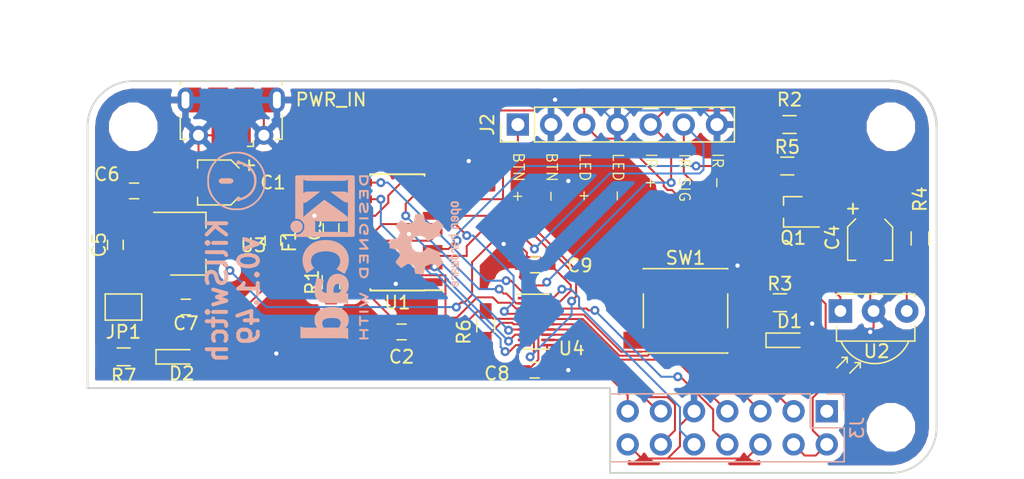
<source format=kicad_pcb>
(kicad_pcb (version 20171130) (host pcbnew 5.0.2-bee76a0~70~ubuntu14.04.1)
  (title_block (title "KillSwitch for Pi Zero") (date "2019-06-14") (rev "0.1.49"))
  (layers (0 F.Cu signal) (31 B.Cu signal hide) (34 B.Paste user) (35 F.Paste user) (36 B.SilkS user) (37 F.SilkS user) (38 B.Mask user) (39 F.Mask user) (44 Edge.Cuts user))
  (net 0 "")
  (net 1 GND)
  (net 2 "Net-(C1-Pad1)")
  (net 3 +5V)
  (net 4 RST_A)
  (net 5 "Net-(C4-Pad1)")
  (net 6 +3V3)
  (net 7 "Net-(D1-Pad1)")
  (net 8 LED)
  (net 9 "Net-(D2-Pad1)")
  (net 10 BTN)
  (net 11 IR)
  (net 12 VOUT)
  (net 13 FB_P)
  (net 14 TR_P)
  (net 15 RST_P)
  (net 16 RX_P)
  (net 17 TX_P)
  (net 18 MOSI_P)
  (net 19 MISO_P)
  (net 20 SCK_P)
  (net 21 "Net-(JP1-Pad1)")
  (net 22 "Net-(Q1-Pad1)")
  (net 23 "Net-(R5-Pad1)")
  (net 24 "Net-(R6-Pad2)")
  (net 25 MISO_A)
  (net 26 TX_A)
  (net 27 RX_A)
  (net 28 FB_A)
  (net 29 TR_A)
  (net 30 MOSI_A)
  (net 31 SCK_A)
  (module Mounting_Holes:MountingHole_2.7mm_M2.5 (layer F.Cu) (at 141.5 86.5 180)
    (fp_text reference "" (at 0 -3.7 180) (layer F.SilkS))
    (fp_text value MountingHole_2.7mm_M2.5)
    (pad 1 np_thru_hole circle (at 0 0 180) (size 2.7 2.7) (drill 2.7) (layers *.Cu *.Mask))
  )
  (module Mounting_Holes:MountingHole_2.7mm_M2.5 (layer F.Cu) (at 83.5 86.5 180)
    (fp_text reference "" (at 0 -3.7 180) (layer F.SilkS))
    (fp_text value MountingHole_2.7mm_M2.5)
    (pad 1 np_thru_hole circle (at 0 0 180) (size 2.7 2.7) (drill 2.7) (layers *.Cu *.Mask))
  )
  (module Mounting_Holes:MountingHole_2.7mm_M2.5 (layer F.Cu) (at 141.5 109.5 180)
    (fp_text reference "" (at 0 -3.7 180) (layer F.SilkS))
    (fp_text value MountingHole_2.7mm_M2.5)
    (pad 1 np_thru_hole circle (at 0 0 180) (size 2.7 2.7) (drill 2.7) (layers *.Cu *.Mask))
  )
  (module Connectors_USB:USB_Micro-B_Molex-105017-0001 (layer F.Cu) (at 91 84.8 180)
    (fp_text reference PWR_IN (at -7.645 0.375 180) (layer F.SilkS))
    (fp_text value PWR_IN)
    (pad 6 smd rect (at 1 0.35 180) (size 1.5 1.9) (layers F.Cu F.Paste F.Mask) (net 1 GND))
    (pad 6 thru_hole circle (at -2.5 -2.35 180) (size 1.45 1.45) (drill 0.85) (layers *.Cu *.Mask) (net 1 GND))
    (pad 2 smd rect (at -0.65 -2.35 180) (size 0.4 1.35) (layers F.Cu F.Paste F.Mask))
    (pad 1 smd rect (at -1.3 -2.35 180) (size 0.4 1.35) (layers F.Cu F.Paste F.Mask) (net 2 "Net-(C1-Pad1)"))
    (pad 5 smd rect (at 1.3 -2.35 180) (size 0.4 1.35) (layers F.Cu F.Paste F.Mask) (net 1 GND))
    (pad 4 smd rect (at 0.65 -2.35 180) (size 0.4 1.35) (layers F.Cu F.Paste F.Mask) (net 1 GND))
    (pad 3 smd rect (at 0 -2.35 180) (size 0.4 1.35) (layers F.Cu F.Paste F.Mask))
    (pad 6 thru_hole circle (at 2.5 -2.35 180) (size 1.45 1.45) (drill 0.85) (layers *.Cu *.Mask) (net 1 GND))
    (pad 6 smd rect (at -1 0.35 180) (size 1.5 1.9) (layers F.Cu F.Paste F.Mask) (net 1 GND))
    (pad 6 thru_hole oval (at -3.5 0.35) (size 1.2 1.9) (drill oval 0.6 1.3) (layers *.Cu *.Mask) (net 1 GND))
    (pad 6 thru_hole oval (at 3.5 0.35 180) (size 1.2 1.9) (drill oval 0.6 1.3) (layers *.Cu *.Mask) (net 1 GND))
    (pad 6 smd rect (at 2.9 0.35 180) (size 1.2 1.9) (layers F.Cu F.Mask) (net 1 GND))
    (pad 6 smd rect (at -2.9 0.35 180) (size 1.2 1.9) (layers F.Cu F.Mask) (net 1 GND))
  )
  (module LEDs:LED_0603_HandSoldering (layer F.Cu) (at 133.74 102.84)
    (fp_text reference D1 (at 0 -1.45) (layer F.SilkS))
    (fp_text value LED)
    (pad 1 smd rect (at -1.1 0) (size 1.2 0.9) (layers F.Cu F.Paste F.Mask) (net 7 "Net-(D1-Pad1)"))
    (pad 2 smd rect (at 1.1 0) (size 1.2 0.9) (layers F.Cu F.Paste F.Mask) (net 8 LED))
  )
  (module Buttons_Switches_SMD:SW_SPST_PTS645 (layer F.Cu) (at 125.78 100.59)
    (fp_text reference SW1 (at 0 -4.05) (layer F.SilkS))
    (fp_text value SW_Push)
    (pad 2 smd rect (at -3.98 2.25) (size 1.55 1.3) (layers F.Cu F.Paste F.Mask) (net 10 BTN))
    (pad 1 smd rect (at -3.98 -2.25) (size 1.55 1.3) (layers F.Cu F.Paste F.Mask) (net 1 GND))
    (pad 1 smd rect (at 3.98 -2.25) (size 1.55 1.3) (layers F.Cu F.Paste F.Mask) (net 1 GND))
    (pad 2 smd rect (at 3.98 2.25) (size 1.55 1.3) (layers F.Cu F.Paste F.Mask) (net 10 BTN))
  )
  (module Capacitors_SMD:CP_Elec_3x5.3 (layer F.Cu) (at 90.16 90.775 180)
    (fp_text reference C1 (at -4.04 0 180) (layer F.SilkS))
    (fp_text value 10uF)
    (fp_text user + (at -2.22 1.4 180) (layer F.SilkS))
    (pad 2 smd rect (at 1.5 0 180) (size 2.2 1.6) (layers F.Cu F.Paste F.Mask) (net 1 GND))
    (pad 1 smd rect (at -1.5 0 180) (size 2.2 1.6) (layers F.Cu F.Paste F.Mask) (net 2 "Net-(C1-Pad1)"))
  )
  (module Capacitors_SMD:C_0603_HandSoldering (layer F.Cu) (at 104.045 102.205)
    (fp_text reference C2 (at 0 1.905) (layer F.SilkS))
    (fp_text value 10nF)
    (pad 1 smd rect (at -0.95 0) (size 1.2 0.75) (layers F.Cu F.Paste F.Mask) (net 3 +5V))
    (pad 2 smd rect (at 0.95 0) (size 1.2 0.75) (layers F.Cu F.Paste F.Mask) (net 1 GND))
  )
  (module Capacitors_SMD:C_0603_HandSoldering (layer F.Cu) (at 98.645 94.27 90)
    (fp_text reference C3 (at 0 -1.25 90) (layer F.SilkS))
    (fp_text value 10nF)
    (pad 2 smd rect (at 0.95 0 90) (size 1.2 0.75) (layers F.Cu F.Paste F.Mask) (net 1 GND))
    (pad 1 smd rect (at -0.95 0 90) (size 1.2 0.75) (layers F.Cu F.Paste F.Mask) (net 4 RST_A))
  )
  (module Capacitors_SMD:CP_Elec_3x5.3 (layer F.Cu) (at 139.92 94.99 270)
    (fp_text reference C4 (at 0 2.9 270) (layer F.SilkS))
    (fp_text value 100uf)
    (fp_text user + (at -2.22 1.4 270) (layer F.SilkS))
    (pad 1 smd rect (at -1.5 0 270) (size 2.2 1.6) (layers F.Cu F.Paste F.Mask) (net 5 "Net-(C4-Pad1)"))
    (pad 2 smd rect (at 1.5 0 270) (size 2.2 1.6) (layers F.Cu F.Paste F.Mask) (net 1 GND))
  )
  (module Capacitors_SMD:C_0603_HandSoldering (layer F.Cu) (at 82.135 95.535 90)
    (fp_text reference C5 (at 0 -1.25 90) (layer F.SilkS))
    (fp_text value 10uF)
    (pad 1 smd rect (at -0.95 0 90) (size 1.2 0.75) (layers F.Cu F.Paste F.Mask) (net 3 +5V))
    (pad 2 smd rect (at 0.95 0 90) (size 1.2 0.75) (layers F.Cu F.Paste F.Mask) (net 1 GND))
  )
  (module Capacitors_SMD:C_0603_HandSoldering (layer F.Cu) (at 83.5676 91.41 180)
    (fp_text reference C6 (at 2.0676 1.27 180) (layer F.SilkS))
    (fp_text value 22uF)
    (pad 2 smd rect (at 0.95 0 180) (size 1.2 0.75) (layers F.Cu F.Paste F.Mask) (net 1 GND))
    (pad 1 smd rect (at -0.95 0 180) (size 1.2 0.75) (layers F.Cu F.Paste F.Mask) (net 6 +3V3))
  )
  (module Capacitors_SMD:C_0603_HandSoldering (layer F.Cu) (at 87.53 100.3 180)
    (fp_text reference C7 (at 0 -1.25 180) (layer F.SilkS))
    (fp_text value 0.1uF)
    (pad 1 smd rect (at -0.95 0 180) (size 1.2 0.75) (layers F.Cu F.Paste F.Mask) (net 6 +3V3))
    (pad 2 smd rect (at 0.95 0 180) (size 1.2 0.75) (layers F.Cu F.Paste F.Mask) (net 1 GND))
  )
  (module Capacitors_SMD:C_0603_HandSoldering (layer F.Cu) (at 114.2304 105.126)
    (fp_text reference C8 (at -2.8854 0.254) (layer F.SilkS))
    (fp_text value 0.1uf)
    (pad 1 smd rect (at -0.95 0) (size 1.2 0.75) (layers F.Cu F.Paste F.Mask) (net 3 +5V))
    (pad 2 smd rect (at 0.95 0) (size 1.2 0.75) (layers F.Cu F.Paste F.Mask) (net 1 GND))
  )
  (module Capacitors_SMD:C_0603_HandSoldering (layer F.Cu) (at 114.2762 97.0742 180)
    (fp_text reference C9 (at -3.4188 -0.0508 180) (layer F.SilkS))
    (fp_text value 0.1uF)
    (pad 2 smd rect (at 0.95 0 180) (size 1.2 0.75) (layers F.Cu F.Paste F.Mask) (net 1 GND))
    (pad 1 smd rect (at -0.95 0 180) (size 1.2 0.75) (layers F.Cu F.Paste F.Mask) (net 6 +3V3))
  )
  (module LEDs:LED_0603_HandSoldering (layer F.Cu) (at 87.045 104.11)
    (fp_text reference D2 (at 0.17 1.27) (layer F.SilkS))
    (fp_text value LED)
    (pad 1 smd rect (at -1.1 0) (size 1.2 0.9) (layers F.Cu F.Paste F.Mask) (net 9 "Net-(D2-Pad1)"))
    (pad 2 smd rect (at 1.1 0) (size 1.2 0.9) (layers F.Cu F.Paste F.Mask) (net 3 +5V))
  )
  (module Capacitors_SMD:C_0603_HandSoldering (layer F.Cu) (at 94.2 95.22 270)
    (fp_text reference F1 (at 0 -1.25 270) (layer F.SilkS))
    (fp_text value 1A)
    (pad 2 smd rect (at 0.95 0 270) (size 1.2 0.75) (layers F.Cu F.Paste F.Mask) (net 3 +5V))
    (pad 1 smd rect (at -0.95 0 270) (size 1.2 0.75) (layers F.Cu F.Paste F.Mask) (net 2 "Net-(C1-Pad1)"))
  )
  (module Socket_Strips:Socket_Strip_Straight_2x07_Pitch2.54mm (layer B.Cu) (at 136.5926 108.2756 90)
    (fp_text reference J3 (at -1.27 2.33 90) (layer B.SilkS) (effects (justify mirror)))
    (fp_text value PI)
    (pad 1 thru_hole rect (at 0 0 90) (size 1.7 1.7) (drill 1) (layers *.Cu *.Mask))
    (pad 2 thru_hole oval (at -2.54 0 90) (size 1.7 1.7) (drill 1) (layers *.Cu *.Mask) (net 12 VOUT))
    (pad 3 thru_hole oval (at 0 -2.54 90) (size 1.7 1.7) (drill 1) (layers *.Cu *.Mask) (net 13 FB_P))
    (pad 4 thru_hole oval (at -2.54 -2.54 90) (size 1.7 1.7) (drill 1) (layers *.Cu *.Mask) (net 12 VOUT))
    (pad 5 thru_hole oval (at 0 -5.08 90) (size 1.7 1.7) (drill 1) (layers *.Cu *.Mask) (net 14 TR_P))
    (pad 6 thru_hole oval (at -2.54 -5.08 90) (size 1.7 1.7) (drill 1) (layers *.Cu *.Mask) (net 1 GND))
    (pad 7 thru_hole oval (at 0 -7.62 90) (size 1.7 1.7) (drill 1) (layers *.Cu *.Mask) (net 15 RST_P))
    (pad 8 thru_hole oval (at -2.54 -7.62 90) (size 1.7 1.7) (drill 1) (layers *.Cu *.Mask) (net 16 RX_P))
    (pad 9 thru_hole oval (at 0 -10.16 90) (size 1.7 1.7) (drill 1) (layers *.Cu *.Mask) (net 1 GND))
    (pad 10 thru_hole oval (at -2.54 -10.16 90) (size 1.7 1.7) (drill 1) (layers *.Cu *.Mask) (net 17 TX_P))
    (pad 11 thru_hole oval (at 0 -12.7 90) (size 1.7 1.7) (drill 1) (layers *.Cu *.Mask) (net 18 MOSI_P))
    (pad 12 thru_hole oval (at -2.54 -12.7 90) (size 1.7 1.7) (drill 1) (layers *.Cu *.Mask) (net 19 MISO_P))
    (pad 13 thru_hole oval (at 0 -15.24 90) (size 1.7 1.7) (drill 1) (layers *.Cu *.Mask) (net 20 SCK_P))
    (pad 14 thru_hole oval (at -2.54 -15.24 90) (size 1.7 1.7) (drill 1) (layers *.Cu *.Mask) (net 1 GND))
  )
  (module Jumper:SolderJumper-2_P1.3mm_Bridged2Bar_Pad1.0x1.5mm (layer F.Cu) (at 82.755 100.3)
    (fp_text reference JP1 (at 0 1.905) (layer F.SilkS))
    (fp_text value Jumper_NO_Small)
    (pad 1 smd rect (at -0.65 0) (size 1 1.5) (layers F.Cu F.Mask) (net 21 "Net-(JP1-Pad1)"))
    (pad 2 smd rect (at 0.65 0) (size 1 1.5) (layers F.Cu F.Mask) (net 1 GND))
  )
  (module TO_SOT_Packages_SMD:SOT-323_SC-70_Handsoldering (layer F.Cu) (at 134.018 93.0102 180)
    (fp_text reference Q1 (at 0 -2 180) (layer F.SilkS))
    (fp_text value Q_PMOS_GSD)
    (pad 1 smd rect (at -1.33 -0.65 90) (size 0.45 1.5) (layers F.Cu F.Paste F.Mask) (net 22 "Net-(Q1-Pad1)"))
    (pad 2 smd rect (at -1.33 0.65 90) (size 0.45 1.5) (layers F.Cu F.Paste F.Mask) (net 3 +5V))
    (pad 3 smd rect (at 1.33 0 90) (size 0.45 1.5) (layers F.Cu F.Paste F.Mask) (net 12 VOUT))
  )
  (module Resistors_SMD:R_0603_HandSoldering (layer F.Cu) (at 98.645 98.395 90)
    (fp_text reference R1 (at 0 -1.45 90) (layer F.SilkS))
    (fp_text value 4.7K)
    (pad 2 smd rect (at 1.1 0 90) (size 1.2 0.9) (layers F.Cu F.Paste F.Mask) (net 4 RST_A))
    (pad 1 smd rect (at -1.1 0 90) (size 1.2 0.9) (layers F.Cu F.Paste F.Mask) (net 3 +5V))
  )
  (module Resistors_SMD:R_0603_HandSoldering (layer F.Cu) (at 133.74 86.33 180)
    (fp_text reference R2 (at 0 1.905 180) (layer F.SilkS))
    (fp_text value 50K)
    (pad 1 smd rect (at -1.1 0 180) (size 1.2 0.9) (layers F.Cu F.Paste F.Mask) (net 3 +5V))
    (pad 2 smd rect (at 1.1 0 180) (size 1.2 0.9) (layers F.Cu F.Paste F.Mask) (net 22 "Net-(Q1-Pad1)"))
  )
  (module Resistors_SMD:R_0603_HandSoldering (layer F.Cu) (at 133.0034 99.9698)
    (fp_text reference R3 (at 0 -1.45) (layer F.SilkS))
    (fp_text value 1K)
    (pad 2 smd rect (at 1.1 0) (size 1.2 0.9) (layers F.Cu F.Paste F.Mask) (net 1 GND))
    (pad 1 smd rect (at -1.1 0) (size 1.2 0.9) (layers F.Cu F.Paste F.Mask) (net 7 "Net-(D1-Pad1)"))
  )
  (module Resistors_SMD:R_0603_HandSoldering (layer F.Cu) (at 143.73 95.05 270)
    (fp_text reference R4 (at -3.005 0 270) (layer F.SilkS))
    (fp_text value 100)
    (pad 1 smd rect (at -1.1 0 270) (size 1.2 0.9) (layers F.Cu F.Paste F.Mask) (net 3 +5V))
    (pad 2 smd rect (at 1.1 0 270) (size 1.2 0.9) (layers F.Cu F.Paste F.Mask) (net 5 "Net-(C4-Pad1)"))
  )
  (module Resistors_SMD:R_0603_HandSoldering (layer F.Cu) (at 133.57 89.505)
    (fp_text reference R5 (at 0 -1.45) (layer F.SilkS))
    (fp_text value 1K)
    (pad 2 smd rect (at 1.1 0) (size 1.2 0.9) (layers F.Cu F.Paste F.Mask) (net 22 "Net-(Q1-Pad1)"))
    (pad 1 smd rect (at -1.1 0) (size 1.2 0.9) (layers F.Cu F.Paste F.Mask) (net 23 "Net-(R5-Pad1)"))
  )
  (module Resistors_SMD:R_0603_HandSoldering (layer F.Cu) (at 110.4814 101.7048 270)
    (fp_text reference R6 (at 0.5002 1.6764 270) (layer F.SilkS))
    (fp_text value 10k)
    (pad 1 smd rect (at -1.1 0 270) (size 1.2 0.9) (layers F.Cu F.Paste F.Mask) (net 3 +5V))
    (pad 2 smd rect (at 1.1 0 270) (size 1.2 0.9) (layers F.Cu F.Paste F.Mask) (net 24 "Net-(R6-Pad2)"))
  )
  (module Resistors_SMD:R_0603_HandSoldering (layer F.Cu) (at 82.77 104.11 180)
    (fp_text reference R7 (at 0 -1.45 180) (layer F.SilkS))
    (fp_text value 1K)
    (pad 1 smd rect (at -1.1 0 180) (size 1.2 0.9) (layers F.Cu F.Paste F.Mask) (net 9 "Net-(D2-Pad1)"))
    (pad 2 smd rect (at 1.1 0 180) (size 1.2 0.9) (layers F.Cu F.Paste F.Mask) (net 21 "Net-(JP1-Pad1)"))
  )
  (module Opto-Devices:IRReceiver_Vishay_MOLD-3pin (layer F.Cu) (at 137.634 100.6048)
    (fp_text reference U2 (at 2.774 3.08 180) (layer F.SilkS))
    (fp_text value TSDP341xx)
    (pad 3 thru_hole circle (at 5.08 0) (size 1.8 1.8) (drill 0.9) (layers *.Cu *.Mask) (net 5 "Net-(C4-Pad1)"))
    (pad 2 thru_hole circle (at 2.54 0) (size 1.8 1.8) (drill 0.9) (layers *.Cu *.Mask) (net 1 GND))
    (pad 1 thru_hole rect (at 0 0) (size 1.8 1.8) (drill 0.9) (layers *.Cu *.Mask) (net 11 IR))
  )
  (module TO_SOT_Packages_SMD:SOT-89-3_Handsoldering (layer F.Cu) (at 87.29 95.45)
    (fp_text reference U3 (at 5.4102 0.127) (layer F.SilkS))
    (fp_text value AZ1117-3.3)
    (pad 1 smd rect (at -1.98 -1.5 270) (size 1 2.5) (layers F.Cu F.Paste F.Mask) (net 1 GND))
    (pad 2 smd rect (at -1.98 0 270) (size 1 2.5) (layers F.Cu F.Paste F.Mask) (net 6 +3V3))
    (pad 3 smd rect (at -1.98 1.5 270) (size 1 2.5) (layers F.Cu F.Paste F.Mask) (net 3 +5V))
    (pad 2 smd rect (at 1.98 0 270) (size 2 4) (layers F.Cu F.Paste F.Mask) (net 6 +3V3))
    (pad 2 smd trapezoid (at -0.37 0 90) (size 1.5 0.75) (rect_delta 0 0.5) (layers F.Cu F.Paste F.Mask) (net 6 +3V3))
  )
  (module Housings_SON:USON-20_2x4mm_Pitch0.4mm (layer F.Cu) (at 114.3422 101.4176)
    (fp_text reference U4 (at 2.7178 2.0574) (layer F.SilkS))
    (fp_text value TXB0108DQSR)
    (pad 1 smd rect (at -0.85 -1.8 270) (size 0.2 1.1) (layers F.Cu F.Paste F.Mask) (net 26 TX_A))
    (pad 2 smd rect (at -0.9 -1.4 270) (size 0.2 1) (layers F.Cu F.Paste F.Mask) (net 27 RX_A))
    (pad 3 smd rect (at -0.9 -1 270) (size 0.2 1) (layers F.Cu F.Paste F.Mask) (net 28 FB_A))
    (pad 4 smd rect (at -0.9 -0.6 270) (size 0.2 1) (layers F.Cu F.Paste F.Mask) (net 29 TR_A))
    (pad 5 smd rect (at -0.9 -0.2 270) (size 0.2 1) (layers F.Cu F.Paste F.Mask) (net 3 +5V))
    (pad 6 smd rect (at -0.9 0.2 270) (size 0.2 1) (layers F.Cu F.Paste F.Mask) (net 24 "Net-(R6-Pad2)"))
    (pad 7 smd rect (at -0.9 0.6 270) (size 0.2 1) (layers F.Cu F.Paste F.Mask) (net 4 RST_A))
    (pad 8 smd rect (at -0.9 1 270) (size 0.2 1) (layers F.Cu F.Paste F.Mask) (net 25 MISO_A))
    (pad 9 smd rect (at -0.9 1.4 270) (size 0.2 1) (layers F.Cu F.Paste F.Mask) (net 30 MOSI_A))
    (pad 10 smd rect (at -0.9 1.8 270) (size 0.2 1) (layers F.Cu F.Paste F.Mask) (net 31 SCK_A))
    (pad 11 smd rect (at 0.9 1.8 270) (size 0.2 1) (layers F.Cu F.Paste F.Mask) (net 1 GND))
    (pad 12 smd rect (at 0.9 1.4 270) (size 0.2 1) (layers F.Cu F.Paste F.Mask) (net 20 SCK_P))
    (pad 13 smd rect (at 0.9 1 270) (size 0.2 1) (layers F.Cu F.Paste F.Mask) (net 18 MOSI_P))
    (pad 14 smd rect (at 0.9 0.6 270) (size 0.2 1) (layers F.Cu F.Paste F.Mask) (net 19 MISO_P))
    (pad 15 smd rect (at 0.9 0.2 270) (size 0.2 1) (layers F.Cu F.Paste F.Mask) (net 15 RST_P))
    (pad 16 smd rect (at 0.9 -0.2 270) (size 0.2 1) (layers F.Cu F.Paste F.Mask) (net 14 TR_P))
    (pad 17 smd rect (at 0.9 -0.6 270) (size 0.2 1) (layers F.Cu F.Paste F.Mask) (net 13 FB_P))
    (pad 18 smd rect (at 0.9 -1 270) (size 0.2 1) (layers F.Cu F.Paste F.Mask) (net 16 RX_P))
    (pad 19 smd rect (at 0.9 -1.4 270) (size 0.2 1) (layers F.Cu F.Paste F.Mask) (net 6 +3V3))
    (pad 20 smd rect (at 0.9 -1.8 270) (size 0.2 1) (layers F.Cu F.Paste F.Mask) (net 17 TX_P))
  )
  (module Pin_Headers:Pin_Header_Straight_1x07_Pitch2.54mm (layer F.Cu) (at 112.9452 86.33 90)
    (fp_text reference J2 (at 0 -2.33 90) (layer F.SilkS))
    (fp_text value REMOTE)
    (pad 1 thru_hole rect (at 0 0 90) (size 1.7 1.7) (drill 1) (layers *.Cu *.Mask) (net 10 BTN))
    (pad 2 thru_hole oval (at 0 2.54 90) (size 1.7 1.7) (drill 1) (layers *.Cu *.Mask) (net 1 GND))
    (pad 3 thru_hole oval (at 0 5.08 90) (size 1.7 1.7) (drill 1) (layers *.Cu *.Mask) (net 8 LED))
    (pad 4 thru_hole oval (at 0 7.62 90) (size 1.7 1.7) (drill 1) (layers *.Cu *.Mask) (net 1 GND))
    (pad 5 thru_hole oval (at 0 10.16 90) (size 1.7 1.7) (drill 1) (layers *.Cu *.Mask) (net 3 +5V))
    (pad 6 thru_hole oval (at 0 12.7 90) (size 1.7 1.7) (drill 1) (layers *.Cu *.Mask) (net 11 IR))
    (pad 7 thru_hole oval (at 0 15.24 90) (size 1.7 1.7) (drill 1) (layers *.Cu *.Mask) (net 1 GND))
  )
  (module Housings_SOIC:SOIC-14_3.9x8.7mm_Pitch1.27mm (layer F.Cu) (at 103.725 94.585 180)
    (fp_text reference U1 (at 0 -5.375 180) (layer F.SilkS))
    (fp_text value ATTINY84-20SSU)
    (pad 1 smd rect (at -2.7 -3.81 180) (size 1.5 0.6) (layers F.Cu F.Paste F.Mask) (net 1 GND))
    (pad 2 smd rect (at -2.7 -2.54 180) (size 1.5 0.6) (layers F.Cu F.Paste F.Mask) (net 25 MISO_A))
    (pad 3 smd rect (at -2.7 -1.27 180) (size 1.5 0.6) (layers F.Cu F.Paste F.Mask) (net 23 "Net-(R5-Pad1)"))
    (pad 4 smd rect (at -2.7 0 180) (size 1.5 0.6) (layers F.Cu F.Paste F.Mask) (net 4 RST_A))
    (pad 5 smd rect (at -2.7 1.27 180) (size 1.5 0.6) (layers F.Cu F.Paste F.Mask) (net 30 MOSI_A))
    (pad 6 smd rect (at -2.7 2.54 180) (size 1.5 0.6) (layers F.Cu F.Paste F.Mask) (net 10 BTN))
    (pad 7 smd rect (at -2.7 3.81 180) (size 1.5 0.6) (layers F.Cu F.Paste F.Mask) (net 27 RX_A))
    (pad 8 smd rect (at 2.7 3.81 180) (size 1.5 0.6) (layers F.Cu F.Paste F.Mask) (net 26 TX_A))
    (pad 9 smd rect (at 2.7 2.54 180) (size 1.5 0.6) (layers F.Cu F.Paste F.Mask) (net 31 SCK_A))
    (pad 10 smd rect (at 2.7 1.27 180) (size 1.5 0.6) (layers F.Cu F.Paste F.Mask) (net 8 LED))
    (pad 11 smd rect (at 2.7 0 180) (size 1.5 0.6) (layers F.Cu F.Paste F.Mask) (net 29 TR_A))
    (pad 12 smd rect (at 2.7 -1.27 180) (size 1.5 0.6) (layers F.Cu F.Paste F.Mask) (net 11 IR))
    (pad 13 smd rect (at 2.7 -2.54 180) (size 1.5 0.6) (layers F.Cu F.Paste F.Mask) (net 28 FB_A))
    (pad 14 smd rect (at 2.7 -3.81 180) (size 1.5 0.6) (layers F.Cu F.Paste F.Mask) (net 3 +5V))
  )
  (module dh-logo-silk:dh-logo-silk (layer B.Cu) (at 91.406 90.648 270)
    (fp_text reference "" hide)
    (fp_text value "" hide)
  )
  (module Symbols:KiCad-Logo2_6mm_SilkScreen (layer B.Cu) (at 98.518 96.49 270)
    (fp_text reference REF*** hide)
    (fp_text value KiCad-Logo2_6mm_SilkScreen hide)
  )
  (module Symbols:OSHW-Logo2_7.3x6mm_SilkScreen (layer B.Cu) (at 105.884 95.474 270)
    (fp_text reference REF*** hide)
    (fp_text value OSHW-Logo2_7.3x6mm_SilkScreen hide)
  )
  (gr_text "IR SIG" (at 125.696 90.394 270) (layer F.SilkS) (effects (font (size 0.8 0.8) (thickness 0.1))))
  (gr_text "IR -" (at 128.236 89.886 270) (layer F.SilkS) (effects (font (size 0.8 0.8) (thickness 0.1))))
  (gr_text "LED +" (at 118.076 90.394 270) (layer F.SilkS) (effects (font (size 0.8 0.8) (thickness 0.1))))
  (gr_text "BTN -" (at 115.536 90.394 270) (layer F.SilkS) (effects (font (size 0.8 0.8) (thickness 0.1))))
  (gr_text "LED -" (at 120.616 90.394 270) (layer F.SilkS) (effects (font (size 0.8 0.8) (thickness 0.1))))
  (gr_text "BTN +" (at 112.996 90.394 270) (layer F.SilkS) (effects (font (size 0.8 0.8) (thickness 0.1))))
  (gr_text "IR +" (at 123.156 89.886 270) (layer F.SilkS) (effects (font (size 0.8 0.8) (thickness 0.1))))
  (gr_text "KillSwitch\nv0.1.49" (at 91.152 99.03 90) (layer B.SilkS) (effects (font (size 1.5 1.5) (thickness 0.3)) (justify mirror)))
  (gr_line (start 120 106.5) (end 120 113) (layer Edge.Cuts) (width 0.15))
  (gr_line (start 80 106.5) (end 80 106) (layer Edge.Cuts) (width 0.15))
  (gr_line (start 120 106.5) (end 80 106.5) (layer Edge.Cuts) (width 0.15))
  (gr_arc (start 83.5 86.5) (end 83.5 83) (angle -90) (layer Edge.Cuts) (width 0.15))
  (gr_arc (start 141.5 109.5) (end 141.5 113) (angle -90) (layer Edge.Cuts) (width 0.15))
  (gr_arc (start 141.5 86.5) (end 145 86.5) (angle -90) (layer Edge.Cuts) (width 0.2))
  (gr_line (start 141.5 113) (end 120 113) (layer Edge.Cuts) (width 0.15))
  (gr_line (start 145 86.5) (end 145 109.5) (layer Edge.Cuts) (width 0.15))
  (gr_line (start 83.5 83) (end 141.5 83) (layer Edge.Cuts) (width 0.15))
  (gr_line (start 80 106) (end 80 86.5) (layer Edge.Cuts) (width 0.15))
  (segment (start 88.1 84.45) (end 90 84.45) (width 0.1524) (layer F.Cu) (net 1))
  (segment (start 90 84.45) (end 92 84.45) (width 0.1524) (layer F.Cu) (net 1))
  (segment (start 92 84.45) (end 93.9 84.45) (width 0.1524) (layer F.Cu) (net 1))
  (segment (start 90 86.85) (end 89.7 87.15) (width 0.1524) (layer F.Cu) (net 1))
  (segment (start 90 84.45) (end 90 86.85) (width 0.1524) (layer F.Cu) (net 1))
  (segment (start 89.7 87.15) (end 90.35 87.15) (width 0.1524) (layer F.Cu) (net 1))
  (segment (start 88.5 87.15) (end 89.7 87.15) (width 0.1524) (layer F.Cu) (net 1))
  (segment (start 82.6176 90.8826) (end 83.3602 90.14) (width 0.1524) (layer F.Cu) (net 1))
  (segment (start 82.6176 91.41) (end 82.6176 90.8826) (width 0.1524) (layer F.Cu) (net 1))
  (segment (start 85.51 90.14) (end 88.5 87.15) (width 0.1524) (layer F.Cu) (net 1))
  (segment (start 83.3602 90.14) (end 85.51 90.14) (width 0.1524) (layer F.Cu) (net 1))
  (segment (start 93.7476 84.45) (end 94.5 84.45) (width 0.1524) (layer F.Cu) (net 1))
  (segment (start 93.5 84.6976) (end 93.7476 84.45) (width 0.1524) (layer F.Cu) (net 1))
  (segment (start 93.5 87.15) (end 93.5 84.6976) (width 0.1524) (layer F.Cu) (net 1))
  (segment (start 93.565 87.215) (end 93.5 87.15) (width 0.1524) (layer F.Cu) (net 1))
  (segment (start 84.675 94.585) (end 85.31 93.95) (width 0.1524) (layer F.Cu) (net 1))
  (segment (start 82.135 94.585) (end 84.675 94.585) (width 0.1524) (layer F.Cu) (net 1))
  (segment (start 82.135 91.8926) (end 82.6176 91.41) (width 0.1524) (layer F.Cu) (net 1))
  (segment (start 82.135 94.585) (end 82.135 91.8926) (width 0.1524) (layer F.Cu) (net 1))
  (segment (start 83.405 99.141482) (end 81.5 97.236482) (width 0.1524) (layer F.Cu) (net 1))
  (segment (start 83.405 100.3) (end 83.405 99.141482) (width 0.1524) (layer F.Cu) (net 1))
  (segment (start 82.135 94.81) (end 82.135 94.585) (width 0.1524) (layer F.Cu) (net 1))
  (segment (start 81.5 95.445) (end 82.135 94.81) (width 0.1524) (layer F.Cu) (net 1))
  (segment (start 81.5 97.236482) (end 81.5 95.445) (width 0.1524) (layer F.Cu) (net 1))
  (segment (start 86.58 100.3) (end 83.405 100.3) (width 0.1524) (layer F.Cu) (net 1))
  (segment (start 88.5 90.615) (end 88.66 90.775) (width 0.1524) (layer F.Cu) (net 1))
  (segment (start 88.5 87.15) (end 88.5 90.615) (width 0.1524) (layer F.Cu) (net 1))
  (segment (start 98.645 92.295) (end 98.645 93.32) (width 0.1524) (layer F.Cu) (net 1))
  (segment (start 93.5 87.15) (end 98.645 92.295) (width 0.1524) (layer F.Cu) (net 1))
  (segment (start 104.995 102.205) (end 104.995 101.57) (width 0.1524) (layer F.Cu) (net 1))
  (segment (start 106.425 100.14) (end 106.425 98.395) (width 0.1524) (layer F.Cu) (net 1))
  (segment (start 104.995 101.57) (end 106.425 100.14) (width 0.1524) (layer F.Cu) (net 1))
  (segment (start 125.582601 109.125599) (end 126.4326 108.2756) (width 0.1524) (layer F.Cu) (net 1))
  (segment (start 125.353999 109.354201) (end 125.582601 109.125599) (width 0.1524) (layer F.Cu) (net 1))
  (segment (start 125.353999 110.950531) (end 125.353999 109.354201) (width 0.1524) (layer F.Cu) (net 1))
  (segment (start 124.410329 111.894201) (end 125.353999 110.950531) (width 0.1524) (layer F.Cu) (net 1))
  (segment (start 122.431201 111.894201) (end 124.410329 111.894201) (width 0.1524) (layer F.Cu) (net 1))
  (segment (start 130.662601 111.665599) (end 131.5126 110.8156) (width 0.1524) (layer F.Cu) (net 1))
  (segment (start 130.433999 111.894201) (end 130.662601 111.665599) (width 0.1524) (layer F.Cu) (net 1))
  (segment (start 122.431201 111.894201) (end 130.433999 111.894201) (width 0.1524) (layer F.Cu) (net 1))
  (segment (start 121.3526 110.8156) (end 122.431201 111.894201) (width 0.1524) (layer F.Cu) (net 1))
  (segment (start 139.92 100.3508) (end 140.174 100.6048) (width 0.1524) (layer F.Cu) (net 1))
  (segment (start 139.92 96.49) (end 139.92 100.3508) (width 0.1524) (layer F.Cu) (net 1))
  (segment (start 139.92 102.131592) (end 139.92 102.205) (width 0.1524) (layer F.Cu) (net 1))
  (segment (start 140.174 101.877592) (end 139.92 102.131592) (width 0.1524) (layer F.Cu) (net 1))
  (via (at 139.92 102.205) (size 0.6858) (drill 0.3302) (layers F.Cu B.Cu) (net 1))
  (segment (start 140.174 100.6048) (end 140.174 101.877592) (width 0.1524) (layer F.Cu) (net 1))
  (via (at 129.76 97.125) (size 0.6858) (drill 0.3302) (layers F.Cu B.Cu) (net 1))
  (segment (start 134.84 102.205) (end 129.76 97.125) (width 0.1524) (layer B.Cu) (net 1))
  (segment (start 129.76 97.125) (end 129.76 98.34) (width 0.1524) (layer F.Cu) (net 1))
  (segment (start 129.76 98.34) (end 121.8 98.34) (width 0.1524) (layer F.Cu) (net 1))
  (via (at 115.79 84.425) (size 0.6858) (drill 0.3302) (layers F.Cu B.Cu) (net 1))
  (segment (start 115.4852 84.7298) (end 115.79 84.425) (width 0.1524) (layer F.Cu) (net 1))
  (segment (start 115.4852 86.33) (end 115.4852 84.7298) (width 0.1524) (layer F.Cu) (net 1))
  (segment (start 118.6602 84.425) (end 120.5652 86.33) (width 0.1524) (layer B.Cu) (net 1))
  (segment (start 115.79 84.425) (end 118.6602 84.425) (width 0.1524) (layer B.Cu) (net 1))
  (segment (start 127.335201 85.480001) (end 128.1852 86.33) (width 0.1524) (layer B.Cu) (net 1))
  (segment (start 127.106599 85.251399) (end 127.335201 85.480001) (width 0.1524) (layer B.Cu) (net 1))
  (segment (start 121.643801 85.251399) (end 127.106599 85.251399) (width 0.1524) (layer B.Cu) (net 1))
  (segment (start 120.5652 86.33) (end 121.643801 85.251399) (width 0.1524) (layer B.Cu) (net 1))
  (segment (start 115.1804 103.2794) (end 115.2422 103.2176) (width 0.1524) (layer F.Cu) (net 1))
  (segment (start 115.1804 105.126) (end 115.1804 103.2794) (width 0.1524) (layer F.Cu) (net 1))
  (segment (start 128.1852 95.5502) (end 129.76 97.125) (width 0.1524) (layer B.Cu) (net 1))
  (segment (start 128.1852 86.33) (end 128.1852 95.5502) (width 0.1524) (layer B.Cu) (net 1))
  (via (at 97.375 93.315) (size 0.6858) (drill 0.3302) (layers F.Cu B.Cu) (net 1))
  (segment (start 97.38 93.32) (end 97.375 93.315) (width 0.1524) (layer F.Cu) (net 1))
  (segment (start 98.645 93.32) (end 97.38 93.32) (width 0.1524) (layer F.Cu) (net 1))
  (segment (start 97.375 93.315) (end 102.455 98.395) (width 0.1524) (layer B.Cu) (net 1))
  (via (at 135.475 101.57) (size 0.6858) (drill 0.3302) (layers F.Cu B.Cu) (net 1))
  (segment (start 135.475 101.1914) (end 135.475 101.57) (width 0.1524) (layer F.Cu) (net 1))
  (segment (start 134.2534 99.9698) (end 135.475 101.1914) (width 0.1524) (layer F.Cu) (net 1))
  (segment (start 134.1034 99.9698) (end 134.2534 99.9698) (width 0.1524) (layer F.Cu) (net 1))
  (segment (start 135.475 101.57) (end 135.475 102.205) (width 0.1524) (layer B.Cu) (net 1))
  (segment (start 135.475 102.205) (end 134.84 102.205) (width 0.1524) (layer B.Cu) (net 1))
  (segment (start 139.92 102.205) (end 135.475 102.205) (width 0.1524) (layer B.Cu) (net 1))
  (via (at 116.806 105.126) (size 0.6858) (drill 0.3302) (layers F.Cu B.Cu) (net 1))
  (segment (start 115.1804 105.126) (end 116.806 105.126) (width 0.1524) (layer F.Cu) (net 1))
  (via (at 103.598 98.522) (size 0.6858) (drill 0.3302) (layers F.Cu B.Cu) (net 1))
  (segment (start 103.471 98.395) (end 103.598 98.522) (width 0.1524) (layer B.Cu) (net 1))
  (segment (start 102.455 98.395) (end 103.471 98.395) (width 0.1524) (layer B.Cu) (net 1))
  (segment (start 106.298 98.522) (end 106.425 98.395) (width 0.1524) (layer F.Cu) (net 1))
  (segment (start 103.598 98.522) (end 106.298 98.522) (width 0.1524) (layer F.Cu) (net 1))
  (via (at 116.806 90.648) (size 0.6858) (drill 0.3302) (layers F.Cu B.Cu) (net 1))
  (via (at 94.454 103.856) (size 0.6858) (drill 0.3302) (layers F.Cu B.Cu) (net 1))
  (via (at 109.186 89.124) (size 0.6858) (drill 0.3302) (layers F.Cu B.Cu) (net 1))
  (segment (start 111.856767 95.829767) (end 111.856767 95.47151) (width 0.1524) (layer F.Cu) (net 1))
  (segment (start 113.1012 97.0742) (end 111.856767 95.829767) (width 0.1524) (layer F.Cu) (net 1))
  (via (at 111.856767 95.47151) (size 0.6858) (drill 0.3302) (layers F.Cu B.Cu) (net 1))
  (segment (start 111.98 95.348277) (end 111.856767 95.47151) (width 0.1524) (layer F.Cu) (net 1))
  (segment (start 113.3262 97.0742) (end 113.1012 97.0742) (width 0.1524) (layer F.Cu) (net 1))
  (segment (start 111.98 95.22) (end 111.98 95.348277) (width 0.1524) (layer F.Cu) (net 1))
  (segment (start 92.3 90.135) (end 91.66 90.775) (width 0.1524) (layer F.Cu) (net 2))
  (segment (start 92.3 87.15) (end 92.3 90.135) (width 0.1524) (layer F.Cu) (net 2))
  (segment (start 94.2 93.5176) (end 94.2 94.27) (width 0.1524) (layer F.Cu) (net 2))
  (segment (start 94.2 93.015) (end 94.2 93.5176) (width 0.1524) (layer F.Cu) (net 2))
  (segment (start 91.96 90.775) (end 94.2 93.015) (width 0.1524) (layer F.Cu) (net 2))
  (segment (start 91.66 90.775) (end 91.96 90.775) (width 0.1524) (layer F.Cu) (net 2))
  (segment (start 82.6 96.95) (end 82.135 96.485) (width 0.1524) (layer F.Cu) (net 3))
  (segment (start 85.31 96.95) (end 82.6 96.95) (width 0.1524) (layer F.Cu) (net 3))
  (segment (start 98.0426 99.495) (end 98.645 99.495) (width 0.1524) (layer F.Cu) (net 3))
  (segment (start 97.3 99.495) (end 98.0426 99.495) (width 0.1524) (layer F.Cu) (net 3))
  (segment (start 94.2 96.395) (end 97.3 99.495) (width 0.1524) (layer F.Cu) (net 3))
  (segment (start 94.2 96.17) (end 94.2 96.395) (width 0.1524) (layer F.Cu) (net 3))
  (segment (start 88.295 104.11) (end 88.145 104.11) (width 0.1524) (layer F.Cu) (net 3))
  (segment (start 94.2 98.205) (end 88.295 104.11) (width 0.1524) (layer F.Cu) (net 3))
  (segment (start 94.2 96.17) (end 94.2 98.205) (width 0.1524) (layer F.Cu) (net 3))
  (segment (start 88.145 103.5076) (end 88.145 104.11) (width 0.1524) (layer F.Cu) (net 3))
  (segment (start 87.651399 103.013999) (end 88.145 103.5076) (width 0.1524) (layer F.Cu) (net 3))
  (segment (start 87.651399 99.943799) (end 87.651399 103.013999) (width 0.1524) (layer F.Cu) (net 3))
  (segment (start 85.31 97.6024) (end 87.651399 99.943799) (width 0.1524) (layer F.Cu) (net 3))
  (segment (start 85.31 96.95) (end 85.31 97.6024) (width 0.1524) (layer F.Cu) (net 3))
  (segment (start 101.025 98.8474) (end 101.025 98.395) (width 0.1524) (layer F.Cu) (net 3))
  (segment (start 100.3774 99.495) (end 101.025 98.8474) (width 0.1524) (layer F.Cu) (net 3))
  (segment (start 98.645 99.495) (end 100.3774 99.495) (width 0.1524) (layer F.Cu) (net 3))
  (segment (start 103.095 100.9174) (end 103.095 102.205) (width 0.1524) (layer F.Cu) (net 3))
  (segment (start 101.025 98.8474) (end 103.095 100.9174) (width 0.1524) (layer F.Cu) (net 3))
  (segment (start 143.1276 93.95) (end 143.73 93.95) (width 0.1524) (layer F.Cu) (net 3))
  (segment (start 141.338999 92.161399) (end 143.1276 93.95) (width 0.1524) (layer F.Cu) (net 3))
  (segment (start 136.449201 92.161399) (end 141.338999 92.161399) (width 0.1524) (layer F.Cu) (net 3))
  (segment (start 136.2504 92.3602) (end 136.449201 92.161399) (width 0.1524) (layer F.Cu) (net 3))
  (segment (start 135.348 92.3602) (end 136.2504 92.3602) (width 0.1524) (layer F.Cu) (net 3))
  (segment (start 134.84 86.9324) (end 136.11 88.2024) (width 0.1524) (layer F.Cu) (net 3))
  (segment (start 134.84 86.33) (end 134.84 86.9324) (width 0.1524) (layer F.Cu) (net 3))
  (segment (start 135.348 91.9828) (end 135.348 92.3602) (width 0.1524) (layer F.Cu) (net 3))
  (segment (start 136.11 91.2208) (end 135.348 91.9828) (width 0.1524) (layer F.Cu) (net 3))
  (segment (start 136.11 88.2024) (end 136.11 91.2208) (width 0.1524) (layer F.Cu) (net 3))
  (segment (start 123.955199 85.480001) (end 123.1052 86.33) (width 0.1524) (layer F.Cu) (net 3))
  (segment (start 133.611399 85.251399) (end 124.183801 85.251399) (width 0.1524) (layer F.Cu) (net 3))
  (segment (start 134.69 86.33) (end 133.611399 85.251399) (width 0.1524) (layer F.Cu) (net 3))
  (segment (start 124.183801 85.251399) (end 123.955199 85.480001) (width 0.1524) (layer F.Cu) (net 3))
  (segment (start 134.84 86.33) (end 134.69 86.33) (width 0.1524) (layer F.Cu) (net 3))
  (segment (start 114.270801 101.041399) (end 114.270801 98.644199) (width 0.1524) (layer F.Cu) (net 3))
  (segment (start 114.0946 101.2176) (end 114.270801 101.041399) (width 0.1524) (layer F.Cu) (net 3))
  (segment (start 113.4422 101.2176) (end 114.0946 101.2176) (width 0.1524) (layer F.Cu) (net 3))
  (segment (start 109.879 100.6048) (end 110.4814 100.6048) (width 0.1524) (layer F.Cu) (net 3))
  (segment (start 107.675199 102.808601) (end 109.879 100.6048) (width 0.1524) (layer F.Cu) (net 3))
  (segment (start 103.923601 102.808601) (end 107.675199 102.808601) (width 0.1524) (layer F.Cu) (net 3))
  (segment (start 103.32 102.205) (end 103.923601 102.808601) (width 0.1524) (layer F.Cu) (net 3))
  (segment (start 103.095 102.205) (end 103.32 102.205) (width 0.1524) (layer F.Cu) (net 3))
  (via (at 115.155 98.395) (size 0.6858) (drill 0.3302) (layers F.Cu B.Cu) (net 3))
  (segment (start 114.905801 98.644199) (end 115.155 98.395) (width 0.1524) (layer F.Cu) (net 3))
  (segment (start 114.270801 98.644199) (end 114.905801 98.644199) (width 0.1524) (layer F.Cu) (net 3))
  (via (at 124.68 90.775) (size 0.6858) (drill 0.3302) (layers F.Cu B.Cu) (net 3))
  (segment (start 122.775 90.775) (end 124.68 90.775) (width 0.1524) (layer B.Cu) (net 3))
  (segment (start 115.155 98.395) (end 122.775 90.775) (width 0.1524) (layer B.Cu) (net 3))
  (segment (start 124.68 87.9048) (end 123.1052 86.33) (width 0.1524) (layer F.Cu) (net 3))
  (segment (start 124.68 90.775) (end 124.68 87.9048) (width 0.1524) (layer F.Cu) (net 3))
  (segment (start 114.513599 104.327225) (end 114.513599 101.636599) (width 0.1524) (layer F.Cu) (net 3))
  (segment (start 113.2804 105.126) (end 113.714824 105.126) (width 0.1524) (layer F.Cu) (net 3))
  (segment (start 113.714824 105.126) (end 114.513599 104.327225) (width 0.1524) (layer F.Cu) (net 3))
  (segment (start 114.513599 101.636599) (end 114.0946 101.2176) (width 0.1524) (layer F.Cu) (net 3))
  (segment (start 111.078287 101.201687) (end 112.773887 101.201687) (width 0.1524) (layer F.Cu) (net 3))
  (segment (start 112.7898 101.2176) (end 113.4422 101.2176) (width 0.1524) (layer F.Cu) (net 3))
  (segment (start 112.773887 101.201687) (end 112.7898 101.2176) (width 0.1524) (layer F.Cu) (net 3))
  (segment (start 110.4814 100.6048) (end 111.078287 101.201687) (width 0.1524) (layer F.Cu) (net 3))
  (segment (start 98.645 95.445) (end 98.645 97.295) (width 0.1524) (layer F.Cu) (net 4))
  (segment (start 98.645 95.22) (end 98.645 95.445) (width 0.1524) (layer F.Cu) (net 4))
  (segment (start 106.2424 95.22) (end 106.425 95.0374) (width 0.1524) (layer F.Cu) (net 4))
  (segment (start 106.425 95.0374) (end 106.425 94.585) (width 0.1524) (layer F.Cu) (net 4))
  (segment (start 98.645 95.22) (end 106.2424 95.22) (width 0.1524) (layer F.Cu) (net 4))
  (via (at 112.234 102.078) (size 0.6858) (drill 0.3302) (layers F.Cu B.Cu) (net 4))
  (segment (start 112.2944 102.0176) (end 112.234 102.078) (width 0.1524) (layer F.Cu) (net 4))
  (segment (start 113.4422 102.0176) (end 112.2944 102.0176) (width 0.1524) (layer F.Cu) (net 4))
  (via (at 104.614 94.712) (size 0.6858) (drill 0.3302) (layers F.Cu B.Cu) (net 4))
  (segment (start 104.868 94.712) (end 104.614 94.712) (width 0.1524) (layer B.Cu) (net 4))
  (segment (start 112.234 102.078) (end 104.868 94.712) (width 0.1524) (layer B.Cu) (net 4))
  (segment (start 106.298 94.712) (end 106.425 94.585) (width 0.1524) (layer F.Cu) (net 4))
  (segment (start 104.614 94.712) (end 106.298 94.712) (width 0.1524) (layer F.Cu) (net 4))
  (segment (start 143.1276 96.15) (end 143.73 96.15) (width 0.1524) (layer F.Cu) (net 5))
  (segment (start 142.714 96.5636) (end 143.1276 96.15) (width 0.1524) (layer F.Cu) (net 5))
  (segment (start 142.714 100.6048) (end 142.714 96.5636) (width 0.1524) (layer F.Cu) (net 5))
  (segment (start 139.92 93.79) (end 139.92 93.49) (width 0.1524) (layer F.Cu) (net 5))
  (segment (start 142.28 96.15) (end 139.92 93.79) (width 0.1524) (layer F.Cu) (net 5))
  (segment (start 143.73 96.15) (end 142.28 96.15) (width 0.1524) (layer F.Cu) (net 5))
  (segment (start 88.27 95.45) (end 89.27 95.45) (width 0.1524) (layer F.Cu) (net 6))
  (segment (start 85.27 91.41) (end 87.1176 93.2576) (width 0.1524) (layer F.Cu) (net 6))
  (segment (start 88.705 100.3) (end 88.48 100.3) (width 0.1524) (layer F.Cu) (net 6))
  (segment (start 89.27 99.735) (end 88.705 100.3) (width 0.1524) (layer F.Cu) (net 6))
  (segment (start 89.27 95.45) (end 89.27 99.735) (width 0.1524) (layer F.Cu) (net 6))
  (segment (start 85.31 95.45) (end 86.92 95.45) (width 0.1524) (layer F.Cu) (net 6))
  (segment (start 85.27 91.41) (end 84.5176 91.41) (width 0.1524) (layer F.Cu) (net 6))
  (segment (start 87.36571 93.50571) (end 85.27 91.41) (width 0.1524) (layer F.Cu) (net 6))
  (segment (start 87.36571 95.00429) (end 87.36571 93.50571) (width 0.1524) (layer F.Cu) (net 6))
  (segment (start 86.92 95.45) (end 87.36571 95.00429) (width 0.1524) (layer F.Cu) (net 6))
  (via (at 90.898 97.506) (size 0.6858) (drill 0.3302) (layers F.Cu B.Cu) (net 6))
  (segment (start 89.27 95.878) (end 89.27 95.45) (width 0.1524) (layer F.Cu) (net 6))
  (segment (start 90.898 97.506) (end 89.27 95.878) (width 0.1524) (layer F.Cu) (net 6))
  (segment (start 90.898 97.506) (end 93.695912 100.303912) (width 0.1524) (layer B.Cu) (net 6))
  (segment (start 93.695912 100.303912) (end 107.748577 100.303912) (width 0.1524) (layer B.Cu) (net 6))
  (via (at 108.23351 100.303912) (size 0.6858) (drill 0.3302) (layers F.Cu B.Cu) (net 6))
  (segment (start 107.748577 100.303912) (end 108.23351 100.303912) (width 0.1524) (layer B.Cu) (net 6))
  (segment (start 116.042666 100.0176) (end 115.8946 100.0176) (width 0.1524) (layer F.Cu) (net 6))
  (segment (start 115.8946 100.0176) (end 115.2422 100.0176) (width 0.1524) (layer F.Cu) (net 6))
  (segment (start 115.4512 97.0742) (end 116.996502 98.619502) (width 0.1524) (layer F.Cu) (net 6))
  (segment (start 116.996502 98.619502) (end 116.996502 99.063764) (width 0.1524) (layer F.Cu) (net 6))
  (segment (start 115.2262 97.0742) (end 115.4512 97.0742) (width 0.1524) (layer F.Cu) (net 6))
  (segment (start 116.996502 99.063764) (end 116.042666 100.0176) (width 0.1524) (layer F.Cu) (net 6))
  (segment (start 108.576409 99.961013) (end 108.23351 100.303912) (width 0.1524) (layer F.Cu) (net 6))
  (segment (start 108.846809 99.961013) (end 108.576409 99.961013) (width 0.1524) (layer F.Cu) (net 6))
  (segment (start 109.44 99.367822) (end 108.846809 99.961013) (width 0.1524) (layer F.Cu) (net 6))
  (segment (start 111.4 94.9) (end 109.44 96.86) (width 0.1524) (layer F.Cu) (net 6))
  (segment (start 112.4 94.9) (end 111.4 94.9) (width 0.1524) (layer F.Cu) (net 6))
  (segment (start 113.631011 96.131011) (end 112.4 94.9) (width 0.1524) (layer F.Cu) (net 6))
  (segment (start 113.631011 96.470599) (end 113.631011 96.131011) (width 0.1524) (layer F.Cu) (net 6))
  (segment (start 114.622599 96.470599) (end 113.631011 96.470599) (width 0.1524) (layer F.Cu) (net 6))
  (segment (start 109.44 96.86) (end 109.44 99.367822) (width 0.1524) (layer F.Cu) (net 6))
  (segment (start 115.2262 97.0742) (end 114.622599 96.470599) (width 0.1524) (layer F.Cu) (net 6))
  (segment (start 132.49 102.84) (end 132.64 102.84) (width 0.1524) (layer F.Cu) (net 7))
  (segment (start 131.8876 102.2376) (end 132.49 102.84) (width 0.1524) (layer F.Cu) (net 7))
  (segment (start 131.8876 102.1192) (end 131.8876 102.2376) (width 0.1524) (layer F.Cu) (net 7))
  (segment (start 131.9034 102.1034) (end 131.8876 102.1192) (width 0.1524) (layer F.Cu) (net 7))
  (segment (start 131.9034 99.9698) (end 131.9034 102.1034) (width 0.1524) (layer F.Cu) (net 7))
  (segment (start 101.9274 93.315) (end 101.025 93.315) (width 0.1524) (layer F.Cu) (net 8))
  (segment (start 103.026502 92.319322) (end 102.030824 93.315) (width 0.1524) (layer F.Cu) (net 8))
  (segment (start 103.026502 91.763498) (end 103.026502 92.319322) (width 0.1524) (layer F.Cu) (net 8))
  (segment (start 109.538601 85.251399) (end 103.026502 91.763498) (width 0.1524) (layer F.Cu) (net 8))
  (segment (start 114.117777 85.251399) (end 109.538601 85.251399) (width 0.1524) (layer F.Cu) (net 8))
  (segment (start 115.515678 83.853498) (end 114.117777 85.251399) (width 0.1524) (layer F.Cu) (net 8))
  (segment (start 116.750779 83.853498) (end 115.515678 83.853498) (width 0.1524) (layer F.Cu) (net 8))
  (segment (start 118.0252 85.127919) (end 116.750779 83.853498) (width 0.1524) (layer F.Cu) (net 8))
  (segment (start 118.0252 86.33) (end 118.0252 85.127919) (width 0.1524) (layer F.Cu) (net 8))
  (segment (start 102.030824 93.315) (end 101.9274 93.315) (width 0.1524) (layer F.Cu) (net 8))
  (segment (start 132.732001 100.129601) (end 132.732001 99.336919) (width 0.1524) (layer F.Cu) (net 8))
  (segment (start 130.331501 96.850679) (end 130.034321 96.553499) (width 0.1524) (layer F.Cu) (net 8))
  (segment (start 120.803683 87.408601) (end 119.103801 87.408601) (width 0.1524) (layer F.Cu) (net 8))
  (segment (start 134.84 102.84) (end 134.84 102.2376) (width 0.1524) (layer F.Cu) (net 8))
  (segment (start 134.84 102.2376) (end 132.732001 100.129601) (width 0.1524) (layer F.Cu) (net 8))
  (segment (start 119.103801 87.408601) (end 118.875199 87.179999) (width 0.1524) (layer F.Cu) (net 8))
  (segment (start 124.108499 91.049321) (end 124.108499 90.713417) (width 0.1524) (layer F.Cu) (net 8))
  (segment (start 124.741583 91.346501) (end 124.405679 91.346501) (width 0.1524) (layer F.Cu) (net 8))
  (segment (start 129.948581 96.553499) (end 124.741583 91.346501) (width 0.1524) (layer F.Cu) (net 8))
  (segment (start 118.875199 87.179999) (end 118.0252 86.33) (width 0.1524) (layer F.Cu) (net 8))
  (segment (start 124.405679 91.346501) (end 124.108499 91.049321) (width 0.1524) (layer F.Cu) (net 8))
  (segment (start 130.331501 96.936419) (end 130.331501 96.850679) (width 0.1524) (layer F.Cu) (net 8))
  (segment (start 124.108499 90.713417) (end 120.803683 87.408601) (width 0.1524) (layer F.Cu) (net 8))
  (segment (start 132.732001 99.336919) (end 130.331501 96.936419) (width 0.1524) (layer F.Cu) (net 8))
  (segment (start 130.034321 96.553499) (end 129.948581 96.553499) (width 0.1524) (layer F.Cu) (net 8))
  (segment (start 83.87 104.11) (end 85.945 104.11) (width 0.1524) (layer F.Cu) (net 9))
  (segment (start 129.76 102.84) (end 121.8 102.84) (width 0.1524) (layer F.Cu) (net 10))
  (segment (start 107.3274 92.045) (end 106.425 92.045) (width 0.1524) (layer F.Cu) (net 10))
  (segment (start 111.8074 92.045) (end 107.3274 92.045) (width 0.1524) (layer F.Cu) (net 10))
  (segment (start 106.425 92.045) (end 108.2326 92.045) (width 0.1524) (layer F.Cu) (net 10))
  (segment (start 112.9452 86.33) (end 112.9452 87.9048) (width 0.1524) (layer F.Cu) (net 10))
  (segment (start 111.8074 89.0426) (end 111.8074 92.045) (width 0.1524) (layer F.Cu) (net 10))
  (segment (start 112.9452 87.9048) (end 111.8074 89.0426) (width 0.1524) (layer F.Cu) (net 10))
  (segment (start 121.8 101.865) (end 121.8 102.84) (width 0.1524) (layer F.Cu) (net 10))
  (segment (start 111.98 92.045) (end 121.8 101.865) (width 0.1524) (layer F.Cu) (net 10))
  (segment (start 111.8074 92.045) (end 111.98 92.045) (width 0.1524) (layer F.Cu) (net 10))
  (segment (start 125.6452 90.050118) (end 127.640082 92.045) (width 0.1524) (layer F.Cu) (net 11))
  (segment (start 125.6452 86.33) (end 125.6452 90.050118) (width 0.1524) (layer F.Cu) (net 11))
  (segment (start 137.634 99.5524) (end 137.634 100.6048) (width 0.1524) (layer F.Cu) (net 11))
  (segment (start 133.109282 92.045) (end 134.369399 93.305117) (width 0.1524) (layer F.Cu) (net 11))
  (segment (start 127.640082 92.045) (end 133.109282 92.045) (width 0.1524) (layer F.Cu) (net 11))
  (segment (start 134.369399 93.305117) (end 134.369399 96.287799) (width 0.1524) (layer F.Cu) (net 11))
  (segment (start 134.369399 96.287799) (end 137.634 99.5524) (width 0.1524) (layer F.Cu) (net 11))
  (segment (start 127.156502 89.779322) (end 126.859322 90.076502) (width 0.1524) (layer B.Cu) (net 11))
  (segment (start 127.156502 87.841302) (end 127.156502 89.779322) (width 0.1524) (layer B.Cu) (net 11))
  (segment (start 126.859322 90.076502) (end 119.99013 90.076502) (width 0.1524) (layer B.Cu) (net 11))
  (segment (start 114.554519 95.512113) (end 114.21162 95.855012) (width 0.1524) (layer B.Cu) (net 11))
  (segment (start 125.6452 86.33) (end 127.156502 87.841302) (width 0.1524) (layer B.Cu) (net 11))
  (via (at 114.21162 95.855012) (size 0.6858) (drill 0.3302) (layers F.Cu B.Cu) (net 11))
  (segment (start 119.99013 90.076502) (end 114.554519 95.512113) (width 0.1524) (layer B.Cu) (net 11))
  (segment (start 112.826256 94.395189) (end 110.264811 94.395189) (width 0.1524) (layer F.Cu) (net 11))
  (segment (start 109.031508 96.383601) (end 102.456001 96.383601) (width 0.1524) (layer F.Cu) (net 11))
  (segment (start 102.456001 96.383601) (end 101.9274 95.855) (width 0.1524) (layer F.Cu) (net 11))
  (segment (start 110.264811 94.395189) (end 109.031508 95.628492) (width 0.1524) (layer F.Cu) (net 11))
  (segment (start 114.21162 95.780553) (end 112.826256 94.395189) (width 0.1524) (layer F.Cu) (net 11))
  (segment (start 109.031508 95.628492) (end 109.031508 96.383601) (width 0.1524) (layer F.Cu) (net 11))
  (segment (start 114.21162 95.855012) (end 114.21162 95.780553) (width 0.1524) (layer F.Cu) (net 11))
  (segment (start 101.9274 95.855) (end 101.025 95.855) (width 0.1524) (layer F.Cu) (net 11))
  (segment (start 135.742601 111.665599) (end 136.5926 110.8156) (width 0.1524) (layer F.Cu) (net 12))
  (segment (start 134.902599 111.665599) (end 135.742601 111.665599) (width 0.1524) (layer F.Cu) (net 12))
  (segment (start 134.0526 110.8156) (end 134.902599 111.665599) (width 0.1524) (layer F.Cu) (net 12))
  (segment (start 132.688 93.0102) (end 132.688 96.243) (width 0.1524) (layer F.Cu) (net 12))
  (segment (start 135.513999 107.242719) (end 135.513999 109.736999) (width 0.1524) (layer F.Cu) (net 12))
  (segment (start 135.513999 109.736999) (end 135.742601 109.965601) (width 0.1524) (layer F.Cu) (net 12))
  (segment (start 136.505399 106.251319) (end 135.513999 107.242719) (width 0.1524) (layer F.Cu) (net 12))
  (segment (start 136.505399 100.060399) (end 136.505399 106.251319) (width 0.1524) (layer F.Cu) (net 12))
  (segment (start 135.742601 109.965601) (end 136.5926 110.8156) (width 0.1524) (layer F.Cu) (net 12))
  (segment (start 132.688 96.243) (end 136.505399 100.060399) (width 0.1524) (layer F.Cu) (net 12))
  (segment (start 122.976103 103.500378) (end 122.757881 103.718601) (width 0.1524) (layer F.Cu) (net 13))
  (segment (start 129.582189 103.805189) (end 127.142322 103.805189) (width 0.1524) (layer F.Cu) (net 13))
  (segment (start 115.296101 100.871501) (end 115.2422 100.8176) (width 0.1524) (layer F.Cu) (net 13))
  (segment (start 134.0526 108.2756) (end 129.582189 103.805189) (width 0.1524) (layer F.Cu) (net 13))
  (segment (start 117.995019 100.871501) (end 115.296101 100.871501) (width 0.1524) (layer F.Cu) (net 13))
  (segment (start 122.757881 103.718601) (end 120.842119 103.718601) (width 0.1524) (layer F.Cu) (net 13))
  (segment (start 120.842119 103.718601) (end 117.995019 100.871501) (width 0.1524) (layer F.Cu) (net 13))
  (segment (start 126.837512 103.500378) (end 122.976103 103.500378) (width 0.1524) (layer F.Cu) (net 13))
  (segment (start 127.142322 103.805189) (end 126.837512 103.500378) (width 0.1524) (layer F.Cu) (net 13))
  (segment (start 115.853682 101.2176) (end 115.2422 101.2176) (width 0.1524) (layer F.Cu) (net 14))
  (segment (start 120.715861 104.023412) (end 117.910049 101.2176) (width 0.1524) (layer F.Cu) (net 14))
  (segment (start 127.347 104.11) (end 127.016065 104.109999) (width 0.1524) (layer F.Cu) (net 14))
  (segment (start 115.8946 101.2176) (end 115.2422 101.2176) (width 0.1524) (layer F.Cu) (net 14))
  (segment (start 123.102359 103.805189) (end 122.884136 104.023412) (width 0.1524) (layer F.Cu) (net 14))
  (segment (start 126.711256 103.805189) (end 123.102359 103.805189) (width 0.1524) (layer F.Cu) (net 14))
  (segment (start 131.5126 108.2756) (end 127.347 104.11) (width 0.1524) (layer F.Cu) (net 14))
  (segment (start 122.884136 104.023412) (end 120.715861 104.023412) (width 0.1524) (layer F.Cu) (net 14))
  (segment (start 127.016065 104.109999) (end 126.711256 103.805189) (width 0.1524) (layer F.Cu) (net 14))
  (segment (start 117.910049 101.2176) (end 115.8946 101.2176) (width 0.1524) (layer F.Cu) (net 14))
  (segment (start 125.025223 104.328223) (end 120.589605 104.328223) (width 0.1524) (layer F.Cu) (net 15))
  (segment (start 128.9726 108.2756) (end 125.025223 104.328223) (width 0.1524) (layer F.Cu) (net 15))
  (segment (start 117.878982 101.6176) (end 115.8946 101.6176) (width 0.1524) (layer F.Cu) (net 15))
  (segment (start 115.8946 101.6176) (end 115.2422 101.6176) (width 0.1524) (layer F.Cu) (net 15))
  (segment (start 120.589605 104.328223) (end 117.878982 101.6176) (width 0.1524) (layer F.Cu) (net 15))
  (via (at 125.188 105.634) (size 0.6858) (drill 0.3302) (layers F.Cu B.Cu) (net 16))
  (segment (start 125.38733 105.634) (end 125.188 105.634) (width 0.1524) (layer F.Cu) (net 16))
  (segment (start 127.893999 109.736999) (end 127.893999 108.140669) (width 0.1524) (layer F.Cu) (net 16))
  (segment (start 127.893999 108.140669) (end 125.38733 105.634) (width 0.1524) (layer F.Cu) (net 16))
  (segment (start 128.9726 110.8156) (end 127.893999 109.736999) (width 0.1524) (layer F.Cu) (net 16))
  (via (at 118.838 100.554) (size 0.6858) (drill 0.3302) (layers F.Cu B.Cu) (net 16))
  (segment (start 123.918 105.634) (end 118.838 100.554) (width 0.1524) (layer B.Cu) (net 16))
  (segment (start 125.188 105.634) (end 123.918 105.634) (width 0.1524) (layer B.Cu) (net 16))
  (segment (start 118.216667 100.4176) (end 115.8946 100.4176) (width 0.1524) (layer F.Cu) (net 16))
  (segment (start 118.838 100.554) (end 118.353067 100.554) (width 0.1524) (layer F.Cu) (net 16))
  (segment (start 118.353067 100.554) (end 118.216667 100.4176) (width 0.1524) (layer F.Cu) (net 16))
  (segment (start 115.8946 100.4176) (end 115.2422 100.4176) (width 0.1524) (layer F.Cu) (net 16))
  (segment (start 115.2422 99.6176) (end 115.6422 99.6176) (width 0.1524) (layer F.Cu) (net 17))
  (segment (start 116.798692 98.938268) (end 116.313759 98.938268) (width 0.1524) (layer B.Cu) (net 17))
  (segment (start 117.631502 100.236502) (end 117.631501 99.571769) (width 0.1524) (layer B.Cu) (net 17))
  (segment (start 126.4326 110.8156) (end 125.353999 109.736999) (width 0.1524) (layer B.Cu) (net 17))
  (segment (start 117.631501 99.571769) (end 116.998 98.938268) (width 0.1524) (layer B.Cu) (net 17))
  (segment (start 125.353999 109.736999) (end 125.353999 107.958999) (width 0.1524) (layer B.Cu) (net 17))
  (segment (start 115.6422 99.6176) (end 116.313759 98.946041) (width 0.1524) (layer F.Cu) (net 17))
  (segment (start 125.353999 107.958999) (end 117.631502 100.236502) (width 0.1524) (layer B.Cu) (net 17))
  (segment (start 116.313759 98.946041) (end 116.313759 98.938268) (width 0.1524) (layer F.Cu) (net 17))
  (segment (start 116.998 98.938268) (end 116.798692 98.938268) (width 0.1524) (layer B.Cu) (net 17))
  (via (at 116.313759 98.938268) (size 0.6858) (drill 0.3302) (layers F.Cu B.Cu) (net 17))
  (segment (start 123.67485 108.2756) (end 123.8926 108.2756) (width 0.1524) (layer F.Cu) (net 18))
  (segment (start 117.81685 102.4176) (end 123.67485 108.2756) (width 0.1524) (layer F.Cu) (net 18))
  (segment (start 115.2422 102.4176) (end 117.81685 102.4176) (width 0.1524) (layer F.Cu) (net 18))
  (segment (start 115.2422 102.0176) (end 117.847916 102.0176) (width 0.1524) (layer F.Cu) (net 19))
  (segment (start 117.847916 102.0176) (end 123.027315 107.196999) (width 0.1524) (layer F.Cu) (net 19))
  (segment (start 124.971201 107.757871) (end 124.971201 109.736999) (width 0.1524) (layer F.Cu) (net 19))
  (segment (start 124.742599 109.965601) (end 123.8926 110.8156) (width 0.1524) (layer F.Cu) (net 19))
  (segment (start 124.971201 109.736999) (end 124.742599 109.965601) (width 0.1524) (layer F.Cu) (net 19))
  (segment (start 123.027315 107.196999) (end 124.410329 107.196999) (width 0.1524) (layer F.Cu) (net 19))
  (segment (start 124.410329 107.196999) (end 124.971201 107.757871) (width 0.1524) (layer F.Cu) (net 19))
  (segment (start 121.3526 107.073519) (end 121.3526 108.2756) (width 0.1524) (layer F.Cu) (net 20))
  (segment (start 117.096681 102.8176) (end 121.3526 107.073519) (width 0.1524) (layer F.Cu) (net 20))
  (segment (start 115.2422 102.8176) (end 117.096681 102.8176) (width 0.1524) (layer F.Cu) (net 20))
  (segment (start 81.67 100.735) (end 82.105 100.3) (width 0.1524) (layer F.Cu) (net 21))
  (segment (start 81.67 104.11) (end 81.67 100.735) (width 0.1524) (layer F.Cu) (net 21))
  (segment (start 134.67 88.21) (end 134.67 88.9026) (width 0.1524) (layer F.Cu) (net 22))
  (segment (start 134.67 88.9026) (end 134.67 89.505) (width 0.1524) (layer F.Cu) (net 22))
  (segment (start 132.79 86.33) (end 134.67 88.21) (width 0.1524) (layer F.Cu) (net 22))
  (segment (start 132.64 86.33) (end 132.79 86.33) (width 0.1524) (layer F.Cu) (net 22))
  (segment (start 134.369399 90.408001) (end 134.369399 92.681599) (width 0.1524) (layer F.Cu) (net 22))
  (segment (start 134.369399 92.681599) (end 135.348 93.6602) (width 0.1524) (layer F.Cu) (net 22))
  (segment (start 134.67 89.505) (end 134.67 90.1074) (width 0.1524) (layer F.Cu) (net 22))
  (segment (start 134.67 90.1074) (end 134.369399 90.408001) (width 0.1524) (layer F.Cu) (net 22))
  (via (at 126.585 89.505) (size 0.6858) (drill 0.3302) (layers F.Cu B.Cu) (net 23))
  (segment (start 126.585 89.505) (end 132.47 89.505) (width 0.1524) (layer F.Cu) (net 23))
  (segment (start 107.64493 95.855) (end 107.94457 95.55536) (width 0.1524) (layer F.Cu) (net 23))
  (segment (start 126.585 89.505) (end 113.500938 89.505) (width 0.1524) (layer B.Cu) (net 23))
  (segment (start 108.287469 94.718469) (end 108.287469 94.727528) (width 0.1524) (layer B.Cu) (net 23))
  (segment (start 107.94457 95.55536) (end 108.287469 95.212461) (width 0.1524) (layer F.Cu) (net 23))
  (segment (start 108.287469 94.727528) (end 108.287469 95.212461) (width 0.1524) (layer B.Cu) (net 23))
  (segment (start 106.425 95.855) (end 107.64493 95.855) (width 0.1524) (layer F.Cu) (net 23))
  (segment (start 113.500938 89.505) (end 108.287469 94.718469) (width 0.1524) (layer B.Cu) (net 23))
  (via (at 108.287469 95.212461) (size 0.6858) (drill 0.3302) (layers F.Cu B.Cu) (net 23))
  (segment (start 112.619424 101.6176) (end 112.508322 101.506498) (width 0.1524) (layer F.Cu) (net 24))
  (segment (start 113.4422 101.6176) (end 112.619424 101.6176) (width 0.1524) (layer F.Cu) (net 24))
  (segment (start 112.508322 101.506498) (end 111.629702 101.506498) (width 0.1524) (layer F.Cu) (net 24))
  (segment (start 111.629702 101.506498) (end 110.4814 102.6548) (width 0.1524) (layer F.Cu) (net 24))
  (segment (start 110.4814 102.6548) (end 110.4814 102.8048) (width 0.1524) (layer F.Cu) (net 24))
  (segment (start 112.576899 102.573314) (end 112.234 102.916213) (width 0.1524) (layer F.Cu) (net 25))
  (segment (start 113.4422 102.4176) (end 112.732613 102.4176) (width 0.1524) (layer F.Cu) (net 25))
  (via (at 112.234 102.916213) (size 0.6858) (drill 0.3302) (layers F.Cu B.Cu) (net 25))
  (segment (start 112.732613 102.4176) (end 112.576899 102.573314) (width 0.1524) (layer F.Cu) (net 25))
  (segment (start 107.598498 98.205346) (end 106.613417 97.220265) (width 0.1524) (layer B.Cu) (net 25))
  (via (at 106.568026 97.220265) (size 0.6858) (drill 0.3302) (layers F.Cu B.Cu) (net 25))
  (segment (start 106.425 97.125) (end 106.472761 97.125) (width 0.1524) (layer F.Cu) (net 25))
  (segment (start 106.613417 97.220265) (end 106.568026 97.220265) (width 0.1524) (layer B.Cu) (net 25))
  (segment (start 106.472761 97.125) (end 106.568026 97.220265) (width 0.1524) (layer F.Cu) (net 25))
  (segment (start 107.598498 98.280711) (end 107.598498 98.205346) (width 0.1524) (layer B.Cu) (net 25))
  (segment (start 112.234 102.916213) (end 107.598498 98.280711) (width 0.1524) (layer B.Cu) (net 25))
  (via (at 102.455 90.775) (size 0.6858) (drill 0.3302) (layers F.Cu B.Cu) (net 26))
  (segment (start 101.025 90.775) (end 102.455 90.775) (width 0.1524) (layer F.Cu) (net 26))
  (segment (start 113.4922 99.3652) (end 112.408907 98.281907) (width 0.1524) (layer F.Cu) (net 26))
  (via (at 112.04514 98.281907) (size 0.6858) (drill 0.3302) (layers F.Cu B.Cu) (net 26))
  (segment (start 113.4922 99.6176) (end 113.4922 99.3652) (width 0.1524) (layer F.Cu) (net 26))
  (segment (start 112.408907 98.281907) (end 112.04514 98.281907) (width 0.1524) (layer F.Cu) (net 26))
  (segment (start 110.511093 98.281907) (end 111.560207 98.281907) (width 0.1524) (layer B.Cu) (net 26))
  (segment (start 102.455 90.775) (end 103.004186 90.775) (width 0.1524) (layer B.Cu) (net 26))
  (segment (start 111.560207 98.281907) (end 112.04514 98.281907) (width 0.1524) (layer B.Cu) (net 26))
  (segment (start 103.004186 90.775) (end 110.511093 98.281907) (width 0.1524) (layer B.Cu) (net 26))
  (via (at 104.36 93.315) (size 0.6858) (drill 0.3302) (layers F.Cu B.Cu) (net 27))
  (segment (start 104.36 92.39) (end 104.36 93.315) (width 0.1524) (layer F.Cu) (net 27))
  (segment (start 105.975 90.775) (end 104.36 92.39) (width 0.1524) (layer F.Cu) (net 27))
  (segment (start 106.425 90.775) (end 105.975 90.775) (width 0.1524) (layer F.Cu) (net 27))
  (segment (start 111.850405 99.267883) (end 111.507506 98.924984) (width 0.1524) (layer F.Cu) (net 27))
  (segment (start 112.820867 100.0176) (end 112.07115 99.267883) (width 0.1524) (layer F.Cu) (net 27))
  (segment (start 112.07115 99.267883) (end 111.850405 99.267883) (width 0.1524) (layer F.Cu) (net 27))
  (via (at 111.507506 98.924984) (size 0.6858) (drill 0.3302) (layers F.Cu B.Cu) (net 27))
  (segment (start 113.4422 100.0176) (end 112.820867 100.0176) (width 0.1524) (layer F.Cu) (net 27))
  (segment (start 111.022573 98.924984) (end 111.507506 98.924984) (width 0.1524) (layer B.Cu) (net 27))
  (segment (start 104.36 93.315) (end 109.969984 98.924984) (width 0.1524) (layer B.Cu) (net 27))
  (segment (start 109.969984 98.924984) (end 111.022573 98.924984) (width 0.1524) (layer B.Cu) (net 27))
  (segment (start 107.662 101.125502) (end 108.23742 101.125502) (width 0.1524) (layer F.Cu) (net 28))
  (segment (start 112.342011 99.969811) (end 112.7898 100.4176) (width 0.1524) (layer F.Cu) (net 28))
  (segment (start 112.7898 100.4176) (end 113.4422 100.4176) (width 0.1524) (layer F.Cu) (net 28))
  (segment (start 101.475 97.125) (end 102.216399 97.866399) (width 0.1524) (layer F.Cu) (net 28))
  (segment (start 101.025 97.125) (end 101.475 97.125) (width 0.1524) (layer F.Cu) (net 28))
  (segment (start 107.403601 100.867103) (end 107.662 101.125502) (width 0.1524) (layer F.Cu) (net 28))
  (segment (start 102.252399 97.866399) (end 107.357881 97.866399) (width 0.1524) (layer F.Cu) (net 28))
  (segment (start 111.027501 99.558323) (end 111.438989 99.969811) (width 0.1524) (layer F.Cu) (net 28))
  (segment (start 107.357881 97.866399) (end 107.403601 97.912119) (width 0.1524) (layer F.Cu) (net 28))
  (segment (start 108.257742 101.125502) (end 109.824921 99.558323) (width 0.1524) (layer F.Cu) (net 28))
  (segment (start 102.216399 97.902399) (end 102.252399 97.866399) (width 0.1524) (layer F.Cu) (net 28))
  (segment (start 107.403601 97.912119) (end 107.403601 100.867103) (width 0.1524) (layer F.Cu) (net 28))
  (segment (start 107.662 101.125502) (end 108.257742 101.125502) (width 0.1524) (layer F.Cu) (net 28))
  (segment (start 102.216399 97.866399) (end 102.216399 97.902399) (width 0.1524) (layer F.Cu) (net 28))
  (segment (start 109.824921 99.558323) (end 111.027501 99.558323) (width 0.1524) (layer F.Cu) (net 28))
  (segment (start 111.438989 99.969811) (end 112.342011 99.969811) (width 0.1524) (layer F.Cu) (net 28))
  (segment (start 112.093552 100.8176) (end 111.906129 100.630177) (width 0.1524) (layer F.Cu) (net 29))
  (segment (start 113.4422 100.8176) (end 112.093552 100.8176) (width 0.1524) (layer F.Cu) (net 29))
  (via (at 111.906129 100.630177) (size 0.6858) (drill 0.3302) (layers F.Cu B.Cu) (net 29))
  (via (at 109.029383 94.822379) (size 0.6858) (drill 0.3302) (layers F.Cu B.Cu) (net 29))
  (segment (start 101.9274 94.585) (end 102.5624 93.95) (width 0.1524) (layer F.Cu) (net 29))
  (segment (start 108.686484 94.47948) (end 109.029383 94.822379) (width 0.1524) (layer F.Cu) (net 29))
  (segment (start 101.025 94.585) (end 101.9274 94.585) (width 0.1524) (layer F.Cu) (net 29))
  (segment (start 112.616642 99.919664) (end 112.616642 97.924705) (width 0.1524) (layer B.Cu) (net 29))
  (segment (start 109.514316 94.822379) (end 109.029383 94.822379) (width 0.1524) (layer B.Cu) (net 29))
  (segment (start 112.616642 97.924705) (end 109.514316 94.822379) (width 0.1524) (layer B.Cu) (net 29))
  (segment (start 102.5624 93.95) (end 108.157004 93.95) (width 0.1524) (layer F.Cu) (net 29))
  (segment (start 108.157004 93.95) (end 108.686484 94.47948) (width 0.1524) (layer F.Cu) (net 29))
  (segment (start 111.906129 100.630177) (end 112.616642 99.919664) (width 0.1524) (layer B.Cu) (net 29))
  (via (at 113.885 104.11) (size 0.6858) (drill 0.3302) (layers F.Cu B.Cu) (net 30))
  (segment (start 114.170801 102.893801) (end 114.170801 103.824199) (width 0.1524) (layer F.Cu) (net 30))
  (segment (start 114.0946 102.8176) (end 114.170801 102.893801) (width 0.1524) (layer F.Cu) (net 30))
  (segment (start 113.4422 102.8176) (end 114.0946 102.8176) (width 0.1524) (layer F.Cu) (net 30))
  (segment (start 114.170801 103.824199) (end 113.885 104.11) (width 0.1524) (layer F.Cu) (net 30))
  (segment (start 113.885 104.11) (end 117.06 100.935) (width 0.1524) (layer B.Cu) (net 30))
  (segment (start 117.06 100.331023) (end 117.06 99.84609) (width 0.1524) (layer B.Cu) (net 30))
  (segment (start 117.06 100.935) (end 117.06 100.331023) (width 0.1524) (layer B.Cu) (net 30))
  (via (at 117.06 99.84609) (size 0.6858) (drill 0.3302) (layers F.Cu B.Cu) (net 30))
  (segment (start 117.402899 97.898966) (end 117.402899 99.503191) (width 0.1524) (layer F.Cu) (net 30))
  (segment (start 115.447124 95.943191) (end 117.402899 97.898966) (width 0.1524) (layer F.Cu) (net 30))
  (segment (start 117.402899 99.503191) (end 117.06 99.84609) (width 0.1524) (layer F.Cu) (net 30))
  (segment (start 115.447124 95.943191) (end 115.343191 95.943191) (width 0.1524) (layer F.Cu) (net 30))
  (segment (start 112.715 93.315) (end 106.425 93.315) (width 0.1524) (layer F.Cu) (net 30))
  (segment (start 115.343191 95.943191) (end 112.715 93.315) (width 0.1524) (layer F.Cu) (net 30))
  (via (at 102.455 92.045) (size 0.6858) (drill 0.3302) (layers F.Cu B.Cu) (net 31))
  (segment (start 101.025 92.045) (end 102.455 92.045) (width 0.1524) (layer F.Cu) (net 31))
  (segment (start 112.295989 103.711411) (end 111.968934 103.711411) (width 0.1524) (layer F.Cu) (net 31))
  (segment (start 113.4422 103.2176) (end 112.7898 103.2176) (width 0.1524) (layer F.Cu) (net 31))
  (segment (start 112.7898 103.2176) (end 112.295989 103.711411) (width 0.1524) (layer F.Cu) (net 31))
  (via (at 111.968934 103.711411) (size 0.6858) (drill 0.3302) (layers F.Cu B.Cu) (net 31))
  (segment (start 111.626035 102.746926) (end 111.626035 103.368512) (width 0.1524) (layer B.Cu) (net 31))
  (segment (start 107.293687 98.35762) (end 107.293687 98.414578) (width 0.1524) (layer B.Cu) (net 31))
  (segment (start 106.727834 97.791767) (end 107.293687 98.35762) (width 0.1524) (layer B.Cu) (net 31))
  (segment (start 102.455 92.045) (end 102.455 93.953063) (width 0.1524) (layer B.Cu) (net 31))
  (segment (start 106.293704 97.791767) (end 106.727834 97.791767) (width 0.1524) (layer B.Cu) (net 31))
  (segment (start 102.455 93.953063) (end 106.293704 97.791767) (width 0.1524) (layer B.Cu) (net 31))
  (segment (start 111.626035 103.368512) (end 111.968934 103.711411) (width 0.1524) (layer B.Cu) (net 31))
  (segment (start 107.293687 98.414578) (end 111.626035 102.746926) (width 0.1524) (layer B.Cu) (net 31))
  (zone (net 1) (net_name GND) (layer F.Cu) (connect_pads (clearance 0.508)) (min_thickness 0.254) (fill yes (arc_segments 16) (thermal_gap 0.508) (thermal_bridge_width 0.508))
    (polygon (pts (xy 79.976 83.028) (xy 145 83.028) (xy 145 113) (xy 79.976 113)))
  )
  (zone (net 1) (net_name GND) (layer B.Cu) (connect_pads (clearance 0.508)) (min_thickness 0.254) (fill yes (arc_segments 16) (thermal_gap 0.508) (thermal_bridge_width 0.508))
    (polygon (pts (xy 79.976 83.028) (xy 145 83.028) (xy 145 113) (xy 79.976 113)))
  )
)
</source>
